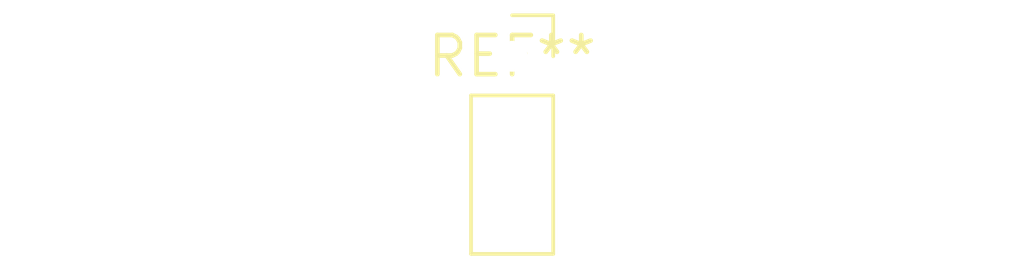
<source format=kicad_pcb>
(kicad_pcb (version 20240108) (generator pcbnew)
  (layers (0 "F.Cu" signal) (31 "B.Cu" signal) (34 "B.Paste" user) (35 "F.Paste" user) (36 "B.SilkS" user "B.Silkscreen") (37 "F.SilkS" user "F.Silkscreen") (38 "B.Mask" user) (39 "F.Mask" user) (44 "Edge.Cuts" user))
  (net 0 "")
  (footprint "PinSocket_1x03_P2.54mm_Vertical" (layer "F.Cu") (at 0 0)
    (property "Reference" "REF**")
    (property "Value" "PinSocket_1x03_P2.54mm_Vertical")
    (fp_line (start -1.33 1.27) (end -1.33 6.41) (layer "F.SilkS") (stroke (width 0.12)))
    (fp_line (start -1.33 1.27) (end 1.33 1.27) (layer "F.SilkS") (stroke (width 0.12)))
    (fp_line (start -1.33 6.41) (end 1.33 6.41) (layer "F.SilkS") (stroke (width 0.12)))
    (fp_line (start 0 -1.33) (end 1.33 -1.33) (layer "F.SilkS") (stroke (width 0.12)))
    (fp_line (start 1.33 -1.33) (end 1.33 0) (layer "F.SilkS") (stroke (width 0.12)))
    (fp_line (start 1.33 1.27) (end 1.33 6.41) (layer "F.SilkS") (stroke (width 0.12)))
    (pad "1" thru_hole rect (at 0 0) (size 1.7 1.7) (drill 1) (layers *.Cu *.Mask) (remove_unused_layers))
    (pad "2" thru_hole oval (at 0 2.54) (size 1.7 1.7) (drill 1) (layers *.Cu *.Mask) (remove_unused_layers))
    (pad "3" thru_hole oval (at 0 5.08) (size 1.7 1.7) (drill 1) (layers *.Cu *.Mask) (remove_unused_layers))
  )
)
</source>
